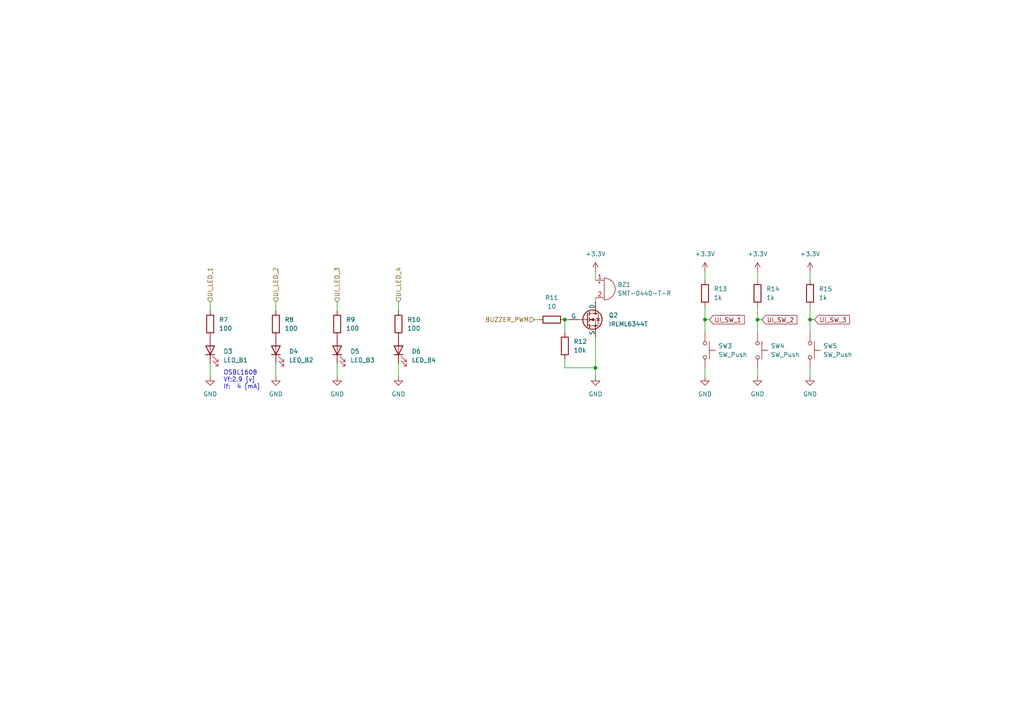
<source format=kicad_sch>
(kicad_sch (version 20230121) (generator eeschema)
  (paper "A4")
  (lib_symbols
    (symbol "Device:Buzzer" (pin_names (offset 0.0254) hide)
      (property "Reference" "BZ" (at 3.81 1.27 0))
      (property "Value" "Buzzer" (at 3.81 -1.27 0))
      (symbol "Buzzer_0_1"
        (arc (start 0 -3.175) (mid 3.1612 0) (end 0 3.175))
        (polyline (pts (xy -1.651 1.905) (xy -1.143 1.905)))
        (polyline (pts (xy -1.397 2.159) (xy -1.397 1.651)))
        (polyline (pts (xy 0 3.175) (xy 0 -3.175)))
      )
      (symbol "Buzzer_1_1"
        (pin passive line (at -2.54 2.54 0) (length 2.54) (name "-") (number "1"))
        (pin passive line (at -2.54 -2.54 0) (length 2.54) (name "+") (number "2"))
      )
    )
    (symbol "Device:LED" (pin_numbers hide) (pin_names (offset 1.016) hide)
      (property "Reference" "D" (at 0 2.54 0))
      (property "Value" "LED" (at 0 -2.54 0))
      (symbol "LED_0_1"
        (polyline (pts (xy -1.27 -1.27) (xy -1.27 1.27)) (stroke (width 0.254)))
        (polyline (pts (xy -1.27 0) (xy 1.27 0)))
        (polyline (pts (xy 1.27 -1.27) (xy 1.27 1.27) (xy -1.27 0) (xy 1.27 -1.27)) (stroke (width 0.254)))
        (polyline (pts (xy -3.048 -0.762) (xy -4.572 -2.286) (xy -3.81 -2.286) (xy -4.572 -2.286) (xy -4.572 -1.524)))
        (polyline (pts (xy -1.778 -0.762) (xy -3.302 -2.286) (xy -2.54 -2.286) (xy -3.302 -2.286) (xy -3.302 -1.524)))
      )
      (symbol "LED_1_1"
        (pin passive line (at -3.81 0 0) (length 2.54) (name "K") (number "1"))
        (pin passive line (at 3.81 0 180) (length 2.54) (name "A") (number "2"))
      )
    )
    (symbol "Device:R" (pin_numbers hide) (pin_names (offset 0))
      (property "Reference" "R" (at 2.032 0 90))
      (property "Value" "R" (at 0 0 90))
      (symbol "R_0_1"
        (rectangle (start -1.016 -2.54) (end 1.016 2.54) (stroke (width 0.254)))
      )
      (symbol "R_1_1"
        (pin passive line (at 0 3.81 270) (length 1.27) (name "~") (number "1"))
        (pin passive line (at 0 -3.81 90) (length 1.27) (name "~") (number "2"))
      )
    )
    (symbol "Simulation_SPICE:NMOS" (pin_numbers hide) (pin_names (offset 0))
      (property "Reference" "Q" (at 5.08 1.27 0))
      (property "Value" "NMOS" (at 5.08 -1.27 0))
      (symbol "NMOS_0_1"
        (polyline (pts (xy 0.254 0) (xy -2.54 0)))
        (polyline (pts (xy 0.254 1.905) (xy 0.254 -1.905)) (stroke (width 0.254)))
        (polyline (pts (xy 0.762 -1.27) (xy 0.762 -2.286)) (stroke (width 0.254)))
        (polyline (pts (xy 0.762 0.508) (xy 0.762 -0.508)) (stroke (width 0.254)))
        (polyline (pts (xy 0.762 2.286) (xy 0.762 1.27)) (stroke (width 0.254)))
        (polyline (pts (xy 2.54 2.54) (xy 2.54 1.778)))
        (polyline (pts (xy 2.54 -2.54) (xy 2.54 0) (xy 0.762 0)))
        (polyline (pts (xy 0.762 -1.778) (xy 3.302 -1.778) (xy 3.302 1.778) (xy 0.762 1.778)))
        (polyline (pts (xy 1.016 0) (xy 2.032 0.381) (xy 2.032 -0.381) (xy 1.016 0)) (fill (type outline)))
        (polyline (pts (xy 2.794 0.508) (xy 2.921 0.381) (xy 3.683 0.381) (xy 3.81 0.254)))
        (polyline (pts (xy 3.302 0.381) (xy 2.921 -0.254) (xy 3.683 -0.254) (xy 3.302 0.381)))
        (circle (center 1.651 0) (radius 2.794) (stroke (width 0.254)))
        (circle (center 2.54 -1.778) (radius 0.254) (fill (type outline)))
        (circle (center 2.54 1.778) (radius 0.254) (fill (type outline)))
      )
      (symbol "NMOS_1_1"
        (pin passive line (at 2.54 5.08 270) (length 2.54) (name "D") (number "1"))
        (pin input line (at -5.08 0 0) (length 2.54) (name "G") (number "2"))
        (pin passive line (at 2.54 -5.08 90) (length 2.54) (name "S") (number "3"))
      )
    )
    (symbol "Switch:SW_Push" (pin_numbers hide) (pin_names (offset 1.016) hide)
      (property "Reference" "SW" (at 1.27 2.54 0))
      (property "Value" "SW_Push" (at 0 -1.524 0))
      (symbol "SW_Push_0_1"
        (circle (center -2.032 0) (radius 0.508))
        (polyline (pts (xy 0 1.27) (xy 0 3.048)))
        (polyline (pts (xy 2.54 1.27) (xy -2.54 1.27)))
        (circle (center 2.032 0) (radius 0.508))
        (pin passive line (at -5.08 0 0) (length 2.54) (name "1") (number "1"))
        (pin passive line (at 5.08 0 180) (length 2.54) (name "2") (number "2"))
      )
    )
    (symbol "power:+3.3V" (power) (pin_names (offset 0))
      (property "Value" "+3.3V" (at 0 3.556 0))
      (symbol "+3.3V_0_1"
        (polyline (pts (xy -0.762 1.27) (xy 0 2.54)))
        (polyline (pts (xy 0 0) (xy 0 2.54)))
        (polyline (pts (xy 0 2.54) (xy 0.762 1.27)))
      )
      (symbol "+3.3V_1_1"
        (pin power_in line (at 0 0 90) (length 0) hide (name "+3.3V") (number "1"))
      )
    )
    (symbol "power:GND" (power) (pin_names (offset 0))
      (property "Value" "GND" (at 0 -3.81 0))
      (symbol "GND_0_1"
        (polyline (pts (xy 0 0) (xy 0 -1.27) (xy 1.27 -1.27) (xy 0 -2.54) (xy -1.27 -1.27) (xy 0 -1.27)))
      )
      (symbol "GND_1_1"
        (pin power_in line (at 0 0 270) (length 0) hide (name "GND") (number "1"))
      )
    )
  )
  (junction (at 219.71 92.71))
  (junction (at 204.47 92.71))
  (junction (at 172.72 106.68))
  (junction (at 234.95 92.71))
  (junction (at 163.83 92.71))
  (wire (pts (xy 234.95 92.71) (xy 236.22 92.71)))
  (wire (pts (xy 172.72 97.79) (xy 172.72 106.68)))
  (wire (pts (xy 219.71 92.71) (xy 220.98 92.71)))
  (wire (pts (xy 115.57 87.63) (xy 115.57 90.17)))
  (wire (pts (xy 163.83 92.71) (xy 163.83 96.52)))
  (wire (pts (xy 204.47 78.74) (xy 204.47 81.28)))
  (wire (pts (xy 172.72 78.74) (xy 172.72 81.28)))
  (wire (pts (xy 60.96 87.63) (xy 60.96 90.17)))
  (wire (pts (xy 80.01 109.22) (xy 80.01 105.41)))
  (wire (pts (xy 80.01 87.63) (xy 80.01 90.17)))
  (wire (pts (xy 163.83 106.68) (xy 163.83 104.14)))
  (wire (pts (xy 204.47 92.71) (xy 204.47 96.52)))
  (wire (pts (xy 97.79 109.22) (xy 97.79 105.41)))
  (wire (pts (xy 204.47 88.9) (xy 204.47 92.71)))
  (wire (pts (xy 234.95 106.68) (xy 234.95 109.22)))
  (wire (pts (xy 234.95 92.71) (xy 234.95 96.52)))
  (wire (pts (xy 60.96 109.22) (xy 60.96 105.41)))
  (wire (pts (xy 204.47 92.71) (xy 205.74 92.71)))
  (wire (pts (xy 163.83 106.68) (xy 172.72 106.68)))
  (wire (pts (xy 172.72 106.68) (xy 172.72 109.22)))
  (wire (pts (xy 219.71 88.9) (xy 219.71 92.71)))
  (wire (pts (xy 234.95 78.74) (xy 234.95 81.28)))
  (wire (pts (xy 219.71 78.74) (xy 219.71 81.28)))
  (wire (pts (xy 154.94 92.71) (xy 156.21 92.71)))
  (wire (pts (xy 219.71 92.71) (xy 219.71 96.52)))
  (wire (pts (xy 163.83 92.71) (xy 165.1 92.71)))
  (wire (pts (xy 172.72 86.36) (xy 172.72 87.63)))
  (wire (pts (xy 204.47 106.68) (xy 204.47 109.22)))
  (wire (pts (xy 219.71 106.68) (xy 219.71 109.22)))
  (wire (pts (xy 115.57 109.22) (xy 115.57 105.41)))
  (wire (pts (xy 234.95 88.9) (xy 234.95 92.71)))
  (wire (pts (xy 97.79 87.63) (xy 97.79 90.17)))
  (text "OSBL1608\nVf:2.9 [v]\nIf:  4 [mA]" (at 64.77 113.03 0) (effects (font (size 1.27 1.27)) (justify left bottom)))
  (global_label "UI_SW_3" (shape input) (at 236.22 92.71 0) (property "Intersheetrefs" "${INTERSHEET_REFS}" (effects hide)))
  (global_label "UI_SW_2" (shape input) (at 220.98 92.71 0) (property "Intersheetrefs" "${INTERSHEET_REFS}" (effects hide)))
  (global_label "UI_SW_1" (shape input) (at 205.74 92.71 0) (property "Intersheetrefs" "${INTERSHEET_REFS}" (effects hide)))
  (hierarchical_label "BUZZER_PWM" (shape input) (at 154.94 92.71 180))
  (hierarchical_label "UI_LED_2" (shape input) (at 80.01 87.63 90))
  (hierarchical_label "UI_LED_1" (shape input) (at 60.96 87.63 90))
  (hierarchical_label "UI_LED_4" (shape input) (at 115.57 87.63 90))
  (hierarchical_label "UI_LED_3" (shape input) (at 97.79 87.63 90))
  (symbol (lib_id "Switch:SW_Push") (at 234.95 101.6 270) (unit 1)
    (property "Reference" "SW5" (at 238.76 100.33 90) (effects (justify left)))
    (property "Value" "SW_Push" (at 238.76 102.87 90) (effects (justify left)))
    (instances (project "fast_respect" (path "" (reference "SW5") (unit 1)) (path "" (reference "SW3_3") (unit 1))))
  )
  (symbol (lib_id "power:+3.3V") (at 234.95 78.74 0) (unit 1)
    (property "Reference" "#PWR038" (effects hide))
    (property "Value" "+3.3V" (at 234.95 73.66 0))
    (instances (project "fast_respect" (path "" (reference "#PWR038") (unit 1)) (path "" (reference "#PWR025") (unit 1))))
  )
  (symbol (lib_id "power:GND") (at 80.01 109.22 0) (unit 1)
    (property "Reference" "#PWR032" (effects hide))
    (property "Value" "GND" (at 80.01 114.3 0))
    (instances (project "fast_respect" (path "" (reference "#PWR032") (unit 1)) (path "" (reference "#PWR06") (unit 1))))
  )
  (symbol (lib_id "power:GND") (at 204.47 109.22 0) (unit 1)
    (property "Reference" "#PWR029" (effects hide))
    (property "Value" "GND" (at 204.47 114.3 0))
    (instances (project "fast_respect" (path "" (reference "#PWR029") (unit 1)) (path "" (reference "#PWR012") (unit 1))))
  )
  (symbol (lib_id "Simulation_SPICE:NMOS") (at 170.18 92.71 0) (unit 1)
    (property "Reference" "Q2" (at 176.53 91.44 0) (effects (justify left)))
    (property "Value" "IRLML6344T" (at 176.53 93.98 0) (effects (justify left)))
    (property "Footprint" "Package_TO_SOT_SMD:SOT-23" (effects hide))
    (property "Datasheet" "https://ngspice.sourceforge.io/docs/ngspice-manual.pdf" (effects hide))
    (property "Sim.Device" "NMOS" (effects hide))
    (property "Sim.Type" "VDMOS" (effects hide))
    (property "Sim.Pins" "1=D 2=G 3=S" (effects hide))
    (instances (project "fast_respect" (path "" (reference "Q2") (unit 1)) (path "" (reference "Q3_1") (unit 1))))
  )
  (symbol (lib_id "power:GND") (at 115.57 109.22 0) (unit 1)
    (property "Reference" "#PWR036" (effects hide))
    (property "Value" "GND" (at 115.57 114.3 0))
    (instances (project "fast_respect" (path "" (reference "#PWR036") (unit 1)) (path "" (reference "#PWR08") (unit 1))))
  )
  (symbol (lib_id "Device:LED") (at 97.79 101.6 90) (unit 1)
    (property "Reference" "D5" (at 101.6 101.9175 90) (effects (justify right)))
    (property "Value" "LED_B3" (at 101.6 104.4575 90) (effects (justify right)))
    (property "Footprint" "LED_SMD:LED_0603_1608Metric_Pad1.05x0.95mm_HandSolder" (effects hide))
    (instances (project "fast_respect" (path "" (reference "D5") (unit 1)) (path "" (reference "D3_5") (unit 1))))
  )
  (symbol (lib_id "power:+3.3V") (at 219.71 78.74 0) (unit 1)
    (property "Reference" "#PWR037" (effects hide))
    (property "Value" "+3.3V" (at 219.71 73.66 0))
    (instances (project "fast_respect" (path "" (reference "#PWR037") (unit 1)) (path "" (reference "#PWR023") (unit 1))))
  )
  (symbol (lib_id "Device:R") (at 204.47 85.09 0) (unit 1)
    (property "Reference" "R13" (at 207.01 83.82 0) (effects (justify left)))
    (property "Value" "1k" (at 207.01 86.36 0) (effects (justify left)))
    (instances (project "fast_respect" (path "" (reference "R13") (unit 1)) (path "" (reference "R3_9") (unit 1))))
  )
  (symbol (lib_id "Device:LED") (at 60.96 101.6 90) (unit 1)
    (property "Reference" "D3" (at 64.77 101.9175 90) (effects (justify right)))
    (property "Value" "LED_B1" (at 64.77 104.4575 90) (effects (justify right)))
    (property "Footprint" "LED_SMD:LED_0603_1608Metric_Pad1.05x0.95mm_HandSolder" (effects hide))
    (instances (project "fast_respect" (path "" (reference "D3") (unit 1)) (path "" (reference "D3_3") (unit 1))))
  )
  (symbol (lib_id "power:GND") (at 60.96 109.22 0) (unit 1)
    (property "Reference" "#PWR030" (effects hide))
    (property "Value" "GND" (at 60.96 114.3 0))
    (instances (project "fast_respect" (path "" (reference "#PWR030") (unit 1)) (path "" (reference "#PWR05") (unit 1))))
  )
  (symbol (lib_id "Device:R") (at 60.96 93.98 0) (unit 1)
    (property "Reference" "R7" (at 63.5 92.71 0) (effects (justify left)))
    (property "Value" "100" (at 63.5 95.25 0) (effects (justify left)))
    (instances (project "fast_respect" (path "" (reference "R7") (unit 1)) (path "" (reference "R3_3") (unit 1))))
  )
  (symbol (lib_id "Device:R") (at 234.95 85.09 0) (unit 1)
    (property "Reference" "R15" (at 237.49 83.82 0) (effects (justify left)))
    (property "Value" "1k" (at 237.49 86.36 0) (effects (justify left)))
    (instances (project "fast_respect" (path "" (reference "R15") (unit 1)) (path "" (reference "R3_11") (unit 1))))
  )
  (symbol (lib_id "Device:LED") (at 80.01 101.6 90) (unit 1)
    (property "Reference" "D4" (at 83.82 101.9175 90) (effects (justify right)))
    (property "Value" "LED_B2" (at 83.82 104.4575 90) (effects (justify right)))
    (property "Footprint" "LED_SMD:LED_0603_1608Metric_Pad1.05x0.95mm_HandSolder" (effects hide))
    (instances (project "fast_respect" (path "" (reference "D4") (unit 1)) (path "" (reference "D3_4") (unit 1))))
  )
  (symbol (lib_id "power:GND") (at 234.95 109.22 0) (unit 1)
    (property "Reference" "#PWR033" (effects hide))
    (property "Value" "GND" (at 234.95 114.3 0))
    (instances (project "fast_respect" (path "" (reference "#PWR033") (unit 1)) (path "" (reference "#PWR026") (unit 1))))
  )
  (symbol (lib_id "Device:R") (at 160.02 92.71 90) (unit 1)
    (property "Reference" "R11" (at 160.02 86.36 90))
    (property "Value" "10" (at 160.02 88.9 90))
    (instances (project "fast_respect" (path "" (reference "R11") (unit 1)) (path "" (reference "R3_7") (unit 1))))
  )
  (symbol (lib_id "power:GND") (at 172.72 109.22 0) (unit 1)
    (property "Reference" "#PWR024" (effects hide))
    (property "Value" "GND" (at 172.72 114.3 0))
    (instances (project "fast_respect" (path "" (reference "#PWR024") (unit 1)) (path "" (reference "#PWR010") (unit 1))))
  )
  (symbol (lib_id "Device:R") (at 163.83 100.33 0) (unit 1)
    (property "Reference" "R12" (at 166.37 99.06 0) (effects (justify left)))
    (property "Value" "10k" (at 166.37 101.6 0) (effects (justify left)))
    (instances (project "fast_respect" (path "" (reference "R12") (unit 1)) (path "" (reference "R3_8") (unit 1))))
  )
  (symbol (lib_id "Device:R") (at 97.79 93.98 0) (unit 1)
    (property "Reference" "R9" (at 100.33 92.71 0) (effects (justify left)))
    (property "Value" "100" (at 100.33 95.25 0) (effects (justify left)))
    (instances (project "fast_respect" (path "" (reference "R9") (unit 1)) (path "" (reference "R3_5") (unit 1))))
  )
  (symbol (lib_id "Device:R") (at 219.71 85.09 0) (unit 1)
    (property "Reference" "R14" (at 222.25 83.82 0) (effects (justify left)))
    (property "Value" "1k" (at 222.25 86.36 0) (effects (justify left)))
    (instances (project "fast_respect" (path "" (reference "R14") (unit 1)) (path "" (reference "R3_10") (unit 1))))
  )
  (symbol (lib_id "Device:LED") (at 115.57 101.6 90) (unit 1)
    (property "Reference" "D6" (at 119.38 101.9175 90) (effects (justify right)))
    (property "Value" "LED_B4" (at 119.38 104.4575 90) (effects (justify right)))
    (property "Footprint" "LED_SMD:LED_0603_1608Metric_Pad1.05x0.95mm_HandSolder" (effects hide))
    (instances (project "fast_respect" (path "" (reference "D6") (unit 1)) (path "" (reference "D3_6") (unit 1))))
  )
  (symbol (lib_id "Switch:SW_Push") (at 219.71 101.6 270) (unit 1)
    (property "Reference" "SW4" (at 223.52 100.33 90) (effects (justify left)))
    (property "Value" "SW_Push" (at 223.52 102.87 90) (effects (justify left)))
    (instances (project "fast_respect" (path "" (reference "SW4") (unit 1)) (path "" (reference "SW3_2") (unit 1))))
  )
  (symbol (lib_id "Switch:SW_Push") (at 204.47 101.6 270) (unit 1)
    (property "Reference" "SW3" (at 208.28 100.33 90) (effects (justify left)))
    (property "Value" "SW_Push" (at 208.28 102.87 90) (effects (justify left)))
    (instances (project "fast_respect" (path "" (reference "SW3") (unit 1)) (path "" (reference "SW3_1") (unit 1))))
  )
  (symbol (lib_id "Device:Buzzer") (at 175.26 83.82 0) (unit 1)
    (property "Reference" "BZ1" (at 179.07 82.55 0) (effects (justify left)))
    (property "Value" "SMT-0440-T-R" (at 179.07 85.09 0) (effects (justify left)))
    (instances (project "fast_respect" (path "" (reference "BZ1") (unit 1)) (path "" (reference "BZ3_1") (unit 1))))
  )
  (symbol (lib_id "Device:R") (at 115.57 93.98 0) (unit 1)
    (property "Reference" "R10" (at 118.11 92.71 0) (effects (justify left)))
    (property "Value" "100" (at 118.11 95.25 0) (effects (justify left)))
    (instances (project "fast_respect" (path "" (reference "R10") (unit 1)) (path "" (reference "R3_6") (unit 1))))
  )
  (symbol (lib_id "power:GND") (at 97.79 109.22 0) (unit 1)
    (property "Reference" "#PWR034" (effects hide))
    (property "Value" "GND" (at 97.79 114.3 0))
    (instances (project "fast_respect" (path "" (reference "#PWR034") (unit 1)) (path "" (reference "#PWR07") (unit 1))))
  )
  (symbol (lib_id "power:GND") (at 219.71 109.22 0) (unit 1)
    (property "Reference" "#PWR031" (effects hide))
    (property "Value" "GND" (at 219.71 114.3 0))
    (instances (project "fast_respect" (path "" (reference "#PWR031") (unit 1)) (path "" (reference "#PWR024") (unit 1))))
  )
  (symbol (lib_id "power:+3.3V") (at 172.72 78.74 0) (unit 1)
    (property "Reference" "#PWR023" (effects hide))
    (property "Value" "+3.3V" (at 172.72 73.66 0))
    (instances (project "fast_respect" (path "" (reference "#PWR023") (unit 1)) (path "" (reference "#PWR09") (unit 1))))
  )
  (symbol (lib_id "Device:R") (at 80.01 93.98 0) (unit 1)
    (property "Reference" "R8" (at 82.55 92.71 0) (effects (justify left)))
    (property "Value" "100" (at 82.55 95.25 0) (effects (justify left)))
    (instances (project "fast_respect" (path "" (reference "R8") (unit 1)) (path "" (reference "R3_4") (unit 1))))
  )
  (symbol (lib_id "power:+3.3V") (at 204.47 78.74 0) (unit 1)
    (property "Reference" "#PWR035" (effects hide))
    (property "Value" "+3.3V" (at 204.47 73.66 0))
    (instances (project "fast_respect" (path "" (reference "#PWR035") (unit 1)) (path "" (reference "#PWR011") (unit 1))))
  )
)
</source>
